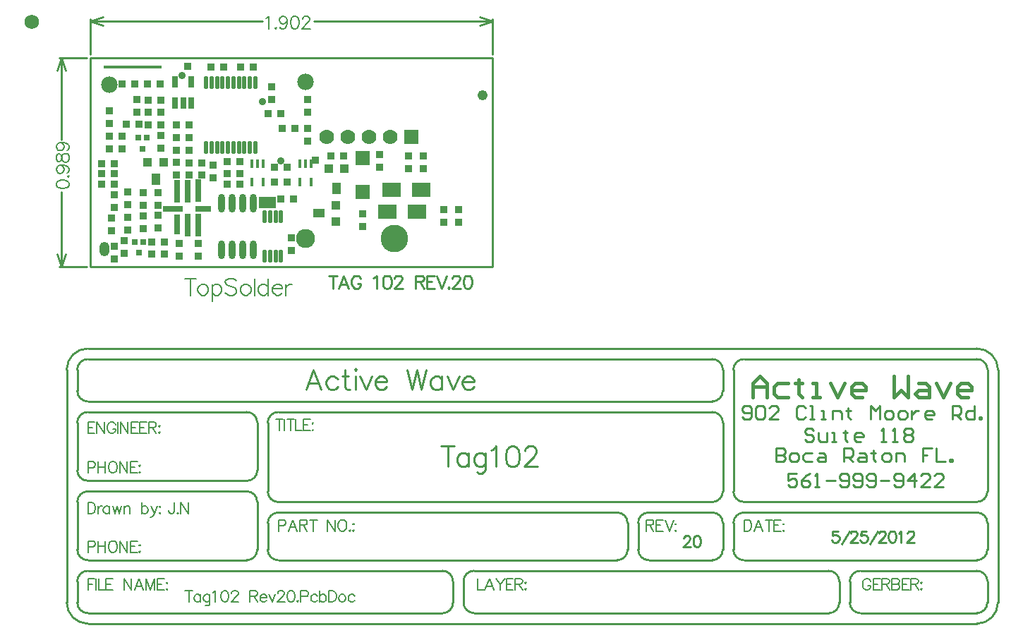
<source format=gts>
%FSLAX25Y25*%
%MOIN*%
G70*
G01*
G75*
G04 Layer_Color=8388736*
%ADD10C,0.03000*%
%ADD11R,0.03600X0.03600*%
%ADD12R,0.05000X0.03600*%
%ADD13R,0.08000X0.06000*%
%ADD14R,0.02362X0.02362*%
%ADD15C,0.04000*%
%ADD16R,0.07400X0.04500*%
%ADD17R,0.03600X0.03600*%
%ADD18R,0.03600X0.05000*%
%ADD19R,0.02000X0.05000*%
%ADD20R,0.06299X0.05906*%
%ADD21R,0.02362X0.10000*%
%ADD22R,0.02362X0.09000*%
%ADD23R,0.07000X0.02362*%
%ADD24R,0.09000X0.02362*%
%ADD25O,0.02400X0.08000*%
%ADD26R,0.01378X0.03543*%
%ADD27R,0.01378X0.03543*%
%ADD28O,0.01600X0.06000*%
%ADD29O,0.01600X0.06000*%
%ADD30R,0.03000X0.03000*%
%ADD31R,0.03000X0.03000*%
%ADD32C,0.01000*%
%ADD33C,0.01228*%
%ADD34C,0.02000*%
%ADD35C,0.01200*%
%ADD36C,0.00800*%
%ADD37C,0.01400*%
%ADD38C,0.01500*%
%ADD39C,0.02500*%
%ADD40C,0.01600*%
%ADD41C,0.00600*%
%ADD42C,0.00900*%
%ADD43C,0.00500*%
%ADD44C,0.12200*%
%ADD45C,0.07000*%
%ADD46O,0.04000X0.06000*%
%ADD47C,0.06200*%
%ADD48R,0.06200X0.06200*%
%ADD49C,0.06000*%
%ADD50C,0.02800*%
%ADD51R,0.05700X0.03500*%
%ADD52R,0.07000X0.07000*%
%ADD53R,0.06693X0.09055*%
%ADD54R,0.23622X0.11811*%
%ADD55R,0.16000X0.18000*%
%ADD56R,0.20000X0.10000*%
%ADD57C,0.02000*%
%ADD58C,0.03200*%
%ADD59C,0.00984*%
%ADD60C,0.03500*%
%ADD61R,0.05500X0.07800*%
%ADD62R,0.05500X0.08300*%
%ADD63R,0.03200X0.03600*%
%ADD64R,0.27300X0.01800*%
%ADD65R,0.04400X0.04400*%
%ADD66R,0.05800X0.04400*%
%ADD67R,0.08800X0.06800*%
%ADD68R,0.03162X0.03162*%
%ADD69C,0.04800*%
%ADD70R,0.08200X0.05300*%
%ADD71R,0.04400X0.04400*%
%ADD72R,0.04400X0.05800*%
%ADD73R,0.02800X0.05800*%
%ADD74R,0.07099X0.06706*%
%ADD75R,0.03162X0.10800*%
%ADD76R,0.03162X0.09800*%
%ADD77R,0.07800X0.03162*%
%ADD78R,0.09800X0.03162*%
%ADD79O,0.03200X0.08800*%
%ADD80R,0.01778X0.03943*%
%ADD81R,0.01778X0.03943*%
%ADD82O,0.02000X0.06400*%
%ADD83O,0.02000X0.06400*%
%ADD84R,0.03800X0.03800*%
%ADD85R,0.03800X0.03800*%
%ADD86C,0.13000*%
%ADD87C,0.07800*%
%ADD88C,0.09000*%
%ADD89O,0.04800X0.06800*%
%ADD90C,0.06800*%
%ADD91C,0.03600*%
D32*
X-200000Y17800D02*
X-186900D01*
X-200000Y-81100D02*
X-186900D01*
X-199000Y-20838D02*
Y17800D01*
Y-81100D02*
Y-45662D01*
X-201000Y11800D02*
X-199000Y17800D01*
X-197000Y11800D01*
X-199000Y-81100D02*
X-197000Y-75100D01*
X-201000D02*
X-199000Y-81100D01*
X4800Y19300D02*
Y36000D01*
X-185400Y19300D02*
Y36000D01*
X-79817Y35000D02*
X4800D01*
X-185400D02*
X-103983D01*
X-1200Y37000D02*
X4800Y35000D01*
X-1200Y33000D02*
X4800Y35000D01*
X-185400D02*
X-179400Y33000D01*
X-185400Y35000D02*
X-179400Y37000D01*
X4800Y-81100D02*
Y17800D01*
X-185400D02*
X4800D01*
X-185400Y-81100D02*
X4800D01*
X-185400D02*
Y17800D01*
X-70600Y-85201D02*
Y-91200D01*
X-72600Y-85201D02*
X-68601D01*
X-63316Y-91200D02*
X-65601Y-85201D01*
X-67887Y-91200D01*
X-67030Y-89200D02*
X-64173D01*
X-57632Y-86629D02*
X-57917Y-86058D01*
X-58489Y-85487D01*
X-59060Y-85201D01*
X-60203D01*
X-60774Y-85487D01*
X-61345Y-86058D01*
X-61631Y-86629D01*
X-61917Y-87486D01*
Y-88915D01*
X-61631Y-89772D01*
X-61345Y-90343D01*
X-60774Y-90914D01*
X-60203Y-91200D01*
X-59060D01*
X-58489Y-90914D01*
X-57917Y-90343D01*
X-57632Y-89772D01*
Y-88915D01*
X-59060D02*
X-57632D01*
X-51547Y-86344D02*
X-50976Y-86058D01*
X-50119Y-85201D01*
Y-91200D01*
X-45434Y-85201D02*
X-46291Y-85487D01*
X-46863Y-86344D01*
X-47148Y-87772D01*
Y-88629D01*
X-46863Y-90057D01*
X-46291Y-90914D01*
X-45434Y-91200D01*
X-44863D01*
X-44006Y-90914D01*
X-43435Y-90057D01*
X-43149Y-88629D01*
Y-87772D01*
X-43435Y-86344D01*
X-44006Y-85487D01*
X-44863Y-85201D01*
X-45434D01*
X-41521Y-86629D02*
Y-86344D01*
X-41235Y-85773D01*
X-40950Y-85487D01*
X-40378Y-85201D01*
X-39236D01*
X-38664Y-85487D01*
X-38379Y-85773D01*
X-38093Y-86344D01*
Y-86915D01*
X-38379Y-87486D01*
X-38950Y-88344D01*
X-41807Y-91200D01*
X-37808D01*
X-31752Y-85201D02*
Y-91200D01*
Y-85201D02*
X-29181D01*
X-28324Y-85487D01*
X-28038Y-85773D01*
X-27753Y-86344D01*
Y-86915D01*
X-28038Y-87486D01*
X-28324Y-87772D01*
X-29181Y-88058D01*
X-31752D01*
X-29752D02*
X-27753Y-91200D01*
X-22696Y-85201D02*
X-26410D01*
Y-91200D01*
X-22696D01*
X-26410Y-88058D02*
X-24125D01*
X-21697Y-85201D02*
X-19411Y-91200D01*
X-17126Y-85201D02*
X-19411Y-91200D01*
X-16069Y-90629D02*
X-16355Y-90914D01*
X-16069Y-91200D01*
X-15784Y-90914D01*
X-16069Y-90629D01*
X-14184Y-86629D02*
Y-86344D01*
X-13898Y-85773D01*
X-13613Y-85487D01*
X-13041Y-85201D01*
X-11899D01*
X-11327Y-85487D01*
X-11042Y-85773D01*
X-10756Y-86344D01*
Y-86915D01*
X-11042Y-87486D01*
X-11613Y-88344D01*
X-14470Y-91200D01*
X-10470D01*
X-7414Y-85201D02*
X-8271Y-85487D01*
X-8842Y-86344D01*
X-9128Y-87772D01*
Y-88629D01*
X-8842Y-90057D01*
X-8271Y-90914D01*
X-7414Y-91200D01*
X-6843D01*
X-5986Y-90914D01*
X-5414Y-90057D01*
X-5129Y-88629D01*
Y-87772D01*
X-5414Y-86344D01*
X-5986Y-85487D01*
X-6843Y-85201D01*
X-7414D01*
X-14008Y-229618D02*
G03*
X-19008Y-224618I-5000J0D01*
G01*
X-18892Y-244618D02*
G03*
X-14010Y-239650I84J4800D01*
G01*
X-4008Y-224618D02*
G03*
X-9008Y-229618I0J-5000D01*
G01*
Y-239618D02*
G03*
X-4095Y-244617I5000J0D01*
G01*
X168492Y-229618D02*
G03*
X163492Y-224618I-5000J0D01*
G01*
X163608Y-244618D02*
G03*
X168490Y-239650I84J4800D01*
G01*
X173492Y-239718D02*
G03*
X178478Y-244617I4900J0D01*
G01*
X178492Y-224618D02*
G03*
X173492Y-229618I0J-5000D01*
G01*
X-106508Y-154518D02*
G03*
X-111408Y-149618I-4900J0D01*
G01*
X-111308Y-182118D02*
G03*
X-106508Y-177318I0J4800D01*
G01*
Y-192018D02*
G03*
X-111579Y-187121I-4900J0D01*
G01*
X-101508Y-187218D02*
G03*
X-96608Y-192118I4900J0D01*
G01*
X-101508Y-214718D02*
G03*
X-96608Y-219618I4900J0D01*
G01*
X-111408D02*
G03*
X-106508Y-214718I0J4900D01*
G01*
X68492Y-202018D02*
G03*
X63592Y-197118I-4900J0D01*
G01*
Y-219618D02*
G03*
X68491Y-214632I0J4900D01*
G01*
X73492Y-214518D02*
G03*
X78503Y-219617I5100J0D01*
G01*
X78292Y-197118D02*
G03*
X73499Y-202169I0J-4800D01*
G01*
X-96508Y-197118D02*
G03*
X-101508Y-202118I0J-5000D01*
G01*
X-96508Y-149618D02*
G03*
X-101508Y-154618I0J-5000D01*
G01*
X-191508Y-214618D02*
G03*
X-186595Y-219617I5000J0D01*
G01*
X-186508Y-187118D02*
G03*
X-191508Y-192118I0J-5000D01*
G01*
Y-177118D02*
G03*
X-186508Y-182118I5000J0D01*
G01*
Y-149618D02*
G03*
X-191508Y-154618I0J-5000D01*
G01*
Y-139618D02*
G03*
X-186508Y-144618I5000J0D01*
G01*
Y-124618D02*
G03*
X-191508Y-129618I0J-5000D01*
G01*
X113492D02*
G03*
X108492Y-124618I-5000J0D01*
G01*
X123492D02*
G03*
X118492Y-129618I0J-5000D01*
G01*
X108492Y-144618D02*
G03*
X113492Y-139618I0J5000D01*
G01*
Y-154618D02*
G03*
X108492Y-149618I-5000J0D01*
G01*
X-186508Y-224618D02*
G03*
X-191508Y-229618I0J-5000D01*
G01*
X108579Y-192118D02*
G03*
X113493Y-187118I-87J5000D01*
G01*
X-191508Y-239618D02*
G03*
X-186595Y-244617I5000J0D01*
G01*
X113492Y-202018D02*
G03*
X108592Y-197118I-4900J0D01*
G01*
X118492Y-214718D02*
G03*
X123477Y-219617I4900J0D01*
G01*
X108492Y-219618D02*
G03*
X113492Y-214618I0J5000D01*
G01*
X233492Y-244618D02*
G03*
X238492Y-239618I0J5000D01*
G01*
X238492Y-229530D02*
G03*
X233492Y-224617I-5000J-87D01*
G01*
Y-219618D02*
G03*
X238492Y-214618I0J5000D01*
G01*
Y-129518D02*
G03*
X233421Y-124621I-4900J0D01*
G01*
X243492Y-129618D02*
G03*
X233492Y-119618I-10000J0D01*
G01*
Y-249618D02*
G03*
X243492Y-239618I0J10000D01*
G01*
X-196508Y-239518D02*
G03*
X-186584Y-249616I10100J0D01*
G01*
X-186508Y-119618D02*
G03*
X-196508Y-129618I0J-10000D01*
G01*
X118492Y-187118D02*
G03*
X123492Y-192118I5000J0D01*
G01*
X233492D02*
G03*
X238492Y-187118I0J5000D01*
G01*
X123492Y-197118D02*
G03*
X118492Y-202118I0J-5000D01*
G01*
X238492Y-202018D02*
G03*
X233592Y-197118I-4900J0D01*
G01*
X-4008Y-244618D02*
X163492D01*
X-186508D02*
X-19008D01*
X-186508Y-224618D02*
X-19008D01*
X-4008D02*
X163492D01*
X178492Y-244618D02*
X233492D01*
X178492Y-224618D02*
X233492D01*
X-186508Y-124618D02*
X108492D01*
X-186508Y-249618D02*
X233492D01*
X-186508Y-119618D02*
X233492D01*
X-186508Y-219618D02*
X-111508D01*
X-186508Y-187118D02*
X-111508D01*
X-186508Y-182118D02*
X-111508D01*
X-186508Y-149618D02*
X-111508D01*
X-186508Y-144618D02*
X108492D01*
X-96508Y-149618D02*
X108492D01*
X-96508Y-197118D02*
X63492D01*
X-96508Y-219618D02*
X63492D01*
X78492D02*
X108492D01*
X78492Y-197118D02*
X108492D01*
X123492Y-219618D02*
X233492D01*
X123492Y-124618D02*
X233492D01*
X-96508Y-192118D02*
X108492D01*
X123492D02*
X233492D01*
X123492Y-197118D02*
X233492D01*
X-14008Y-239618D02*
Y-229618D01*
X-9008Y-239618D02*
Y-229618D01*
X168492Y-239618D02*
Y-229618D01*
X173492Y-239618D02*
Y-229618D01*
X243492Y-239618D02*
Y-129618D01*
X-191508Y-214618D02*
Y-192118D01*
X-106508Y-214618D02*
Y-192118D01*
X-191508Y-177118D02*
Y-154618D01*
X-106508Y-177118D02*
Y-154618D01*
X-191508Y-139618D02*
Y-129618D01*
X113492Y-139618D02*
Y-129618D01*
Y-187118D02*
Y-154618D01*
X-101508Y-187118D02*
Y-154618D01*
X68492Y-214618D02*
Y-202118D01*
X-101508Y-214618D02*
Y-202118D01*
X73492Y-214618D02*
Y-202118D01*
X113492Y-214618D02*
Y-202118D01*
X238492Y-239618D02*
Y-229618D01*
X-191508Y-239618D02*
Y-229618D01*
X-196508Y-239618D02*
Y-129618D01*
X118492Y-187118D02*
Y-129618D01*
X238492Y-187118D02*
Y-129618D01*
X118492Y-214618D02*
Y-202118D01*
X238492Y-214618D02*
Y-202018D01*
X138652Y-166692D02*
Y-173090D01*
X141851D01*
X142918Y-172023D01*
Y-170957D01*
X141851Y-169891D01*
X138652D01*
X141851D01*
X142918Y-168825D01*
Y-167758D01*
X141851Y-166692D01*
X138652D01*
X146116Y-173090D02*
X148249D01*
X149316Y-172023D01*
Y-169891D01*
X148249Y-168825D01*
X146116D01*
X145050Y-169891D01*
Y-172023D01*
X146116Y-173090D01*
X155713Y-168825D02*
X152514D01*
X151448Y-169891D01*
Y-172023D01*
X152514Y-173090D01*
X155713D01*
X158912Y-168825D02*
X161045D01*
X162111Y-169891D01*
Y-173090D01*
X158912D01*
X157846Y-172023D01*
X158912Y-170957D01*
X162111D01*
X170642Y-173090D02*
Y-166692D01*
X173841D01*
X174907Y-167758D01*
Y-169891D01*
X173841Y-170957D01*
X170642D01*
X172775D02*
X174907Y-173090D01*
X178106Y-168825D02*
X180239D01*
X181305Y-169891D01*
Y-173090D01*
X178106D01*
X177040Y-172023D01*
X178106Y-170957D01*
X181305D01*
X184504Y-167758D02*
Y-168825D01*
X183438D01*
X185570D01*
X184504D01*
Y-172023D01*
X185570Y-173090D01*
X189836D02*
X191968D01*
X193035Y-172023D01*
Y-169891D01*
X191968Y-168825D01*
X189836D01*
X188769Y-169891D01*
Y-172023D01*
X189836Y-173090D01*
X195167D02*
Y-168825D01*
X198366D01*
X199433Y-169891D01*
Y-173090D01*
X212228Y-166692D02*
X207963D01*
Y-169891D01*
X210096D01*
X207963D01*
Y-173090D01*
X214361Y-166692D02*
Y-173090D01*
X218626D01*
X220759D02*
Y-172023D01*
X221825D01*
Y-173090D01*
X220759D01*
X122652Y-152023D02*
X123719Y-153090D01*
X125851D01*
X126918Y-152023D01*
Y-147758D01*
X125851Y-146692D01*
X123719D01*
X122652Y-147758D01*
Y-148825D01*
X123719Y-149891D01*
X126918D01*
X129050Y-147758D02*
X130116Y-146692D01*
X132249D01*
X133316Y-147758D01*
Y-152023D01*
X132249Y-153090D01*
X130116D01*
X129050Y-152023D01*
Y-147758D01*
X139713Y-153090D02*
X135448D01*
X139713Y-148825D01*
Y-147758D01*
X138647Y-146692D01*
X136514D01*
X135448Y-147758D01*
X152509D02*
X151443Y-146692D01*
X149310D01*
X148244Y-147758D01*
Y-152023D01*
X149310Y-153090D01*
X151443D01*
X152509Y-152023D01*
X154642Y-153090D02*
X156774D01*
X155708D01*
Y-146692D01*
X154642D01*
X159974Y-153090D02*
X162106D01*
X161040D01*
Y-148825D01*
X159974D01*
X165305Y-153090D02*
Y-148825D01*
X168504D01*
X169570Y-149891D01*
Y-153090D01*
X172769Y-147758D02*
Y-148825D01*
X171703D01*
X173836D01*
X172769D01*
Y-152023D01*
X173836Y-153090D01*
X183433D02*
Y-146692D01*
X185565Y-148825D01*
X187698Y-146692D01*
Y-153090D01*
X190897D02*
X193029D01*
X194096Y-152023D01*
Y-149891D01*
X193029Y-148825D01*
X190897D01*
X189831Y-149891D01*
Y-152023D01*
X190897Y-153090D01*
X197295D02*
X199427D01*
X200494Y-152023D01*
Y-149891D01*
X199427Y-148825D01*
X197295D01*
X196228Y-149891D01*
Y-152023D01*
X197295Y-153090D01*
X202626Y-148825D02*
Y-153090D01*
Y-150957D01*
X203693Y-149891D01*
X204759Y-148825D01*
X205825D01*
X212223Y-153090D02*
X210091D01*
X209024Y-152023D01*
Y-149891D01*
X210091Y-148825D01*
X212223D01*
X213290Y-149891D01*
Y-150957D01*
X209024D01*
X221820Y-153090D02*
Y-146692D01*
X225019D01*
X226085Y-147758D01*
Y-149891D01*
X225019Y-150957D01*
X221820D01*
X223953D02*
X226085Y-153090D01*
X232483Y-146692D02*
Y-153090D01*
X229284D01*
X228218Y-152023D01*
Y-149891D01*
X229284Y-148825D01*
X232483D01*
X234616Y-153090D02*
Y-152023D01*
X235682D01*
Y-153090D01*
X234616D01*
X148417Y-178692D02*
X144152D01*
Y-181891D01*
X146285Y-180824D01*
X147351D01*
X148417Y-181891D01*
Y-184023D01*
X147351Y-185090D01*
X145219D01*
X144152Y-184023D01*
X154815Y-178692D02*
X152683Y-179758D01*
X150550Y-181891D01*
Y-184023D01*
X151617Y-185090D01*
X153749D01*
X154815Y-184023D01*
Y-182957D01*
X153749Y-181891D01*
X150550D01*
X156948Y-185090D02*
X159081D01*
X158014D01*
Y-178692D01*
X156948Y-179758D01*
X162280Y-181891D02*
X166545D01*
X168678Y-184023D02*
X169744Y-185090D01*
X171877D01*
X172943Y-184023D01*
Y-179758D01*
X171877Y-178692D01*
X169744D01*
X168678Y-179758D01*
Y-180824D01*
X169744Y-181891D01*
X172943D01*
X175076Y-184023D02*
X176142Y-185090D01*
X178275D01*
X179341Y-184023D01*
Y-179758D01*
X178275Y-178692D01*
X176142D01*
X175076Y-179758D01*
Y-180824D01*
X176142Y-181891D01*
X179341D01*
X181474Y-184023D02*
X182540Y-185090D01*
X184672D01*
X185739Y-184023D01*
Y-179758D01*
X184672Y-178692D01*
X182540D01*
X181474Y-179758D01*
Y-180824D01*
X182540Y-181891D01*
X185739D01*
X187871D02*
X192137D01*
X194269Y-184023D02*
X195336Y-185090D01*
X197468D01*
X198535Y-184023D01*
Y-179758D01*
X197468Y-178692D01*
X195336D01*
X194269Y-179758D01*
Y-180824D01*
X195336Y-181891D01*
X198535D01*
X203866Y-185090D02*
Y-178692D01*
X200667Y-181891D01*
X204933D01*
X211331Y-185090D02*
X207065D01*
X211331Y-180824D01*
Y-179758D01*
X210264Y-178692D01*
X208132D01*
X207065Y-179758D01*
X217728Y-185090D02*
X213463D01*
X217728Y-180824D01*
Y-179758D01*
X216662Y-178692D01*
X214529D01*
X213463Y-179758D01*
X156418Y-158258D02*
X155351Y-157192D01*
X153219D01*
X152152Y-158258D01*
Y-159325D01*
X153219Y-160391D01*
X155351D01*
X156418Y-161457D01*
Y-162523D01*
X155351Y-163590D01*
X153219D01*
X152152Y-162523D01*
X158550Y-159325D02*
Y-162523D01*
X159616Y-163590D01*
X162815D01*
Y-159325D01*
X164948Y-163590D02*
X167081D01*
X166014D01*
Y-159325D01*
X164948D01*
X171346Y-158258D02*
Y-159325D01*
X170280D01*
X172412D01*
X171346D01*
Y-162523D01*
X172412Y-163590D01*
X178810D02*
X176678D01*
X175611Y-162523D01*
Y-160391D01*
X176678Y-159325D01*
X178810D01*
X179877Y-160391D01*
Y-161457D01*
X175611D01*
X188407Y-163590D02*
X190540D01*
X189473D01*
Y-157192D01*
X188407Y-158258D01*
X193739Y-163590D02*
X195871D01*
X194805D01*
Y-157192D01*
X193739Y-158258D01*
X199070D02*
X200137Y-157192D01*
X202269D01*
X203336Y-158258D01*
Y-159325D01*
X202269Y-160391D01*
X203336Y-161457D01*
Y-162523D01*
X202269Y-163590D01*
X200137D01*
X199070Y-162523D01*
Y-161457D01*
X200137Y-160391D01*
X199070Y-159325D01*
Y-158258D01*
X200137Y-160391D02*
X202269D01*
D36*
X-138134Y-86502D02*
Y-94500D01*
X-140800Y-86502D02*
X-135468D01*
X-132611Y-89168D02*
X-133373Y-89549D01*
X-134135Y-90310D01*
X-134516Y-91453D01*
Y-92215D01*
X-134135Y-93357D01*
X-133373Y-94119D01*
X-132611Y-94500D01*
X-131469D01*
X-130707Y-94119D01*
X-129945Y-93357D01*
X-129564Y-92215D01*
Y-91453D01*
X-129945Y-90310D01*
X-130707Y-89549D01*
X-131469Y-89168D01*
X-132611D01*
X-127812D02*
Y-97166D01*
Y-90310D02*
X-127051Y-89549D01*
X-126289Y-89168D01*
X-125146D01*
X-124384Y-89549D01*
X-123623Y-90310D01*
X-123242Y-91453D01*
Y-92215D01*
X-123623Y-93357D01*
X-124384Y-94119D01*
X-125146Y-94500D01*
X-126289D01*
X-127051Y-94119D01*
X-127812Y-93357D01*
X-116196Y-87644D02*
X-116957Y-86883D01*
X-118100Y-86502D01*
X-119624D01*
X-120766Y-86883D01*
X-121528Y-87644D01*
Y-88406D01*
X-121147Y-89168D01*
X-120766Y-89549D01*
X-120004Y-89929D01*
X-117719Y-90691D01*
X-116957Y-91072D01*
X-116577Y-91453D01*
X-116196Y-92215D01*
Y-93357D01*
X-116957Y-94119D01*
X-118100Y-94500D01*
X-119624D01*
X-120766Y-94119D01*
X-121528Y-93357D01*
X-112501Y-89168D02*
X-113263Y-89549D01*
X-114025Y-90310D01*
X-114406Y-91453D01*
Y-92215D01*
X-114025Y-93357D01*
X-113263Y-94119D01*
X-112501Y-94500D01*
X-111359D01*
X-110597Y-94119D01*
X-109835Y-93357D01*
X-109454Y-92215D01*
Y-91453D01*
X-109835Y-90310D01*
X-110597Y-89549D01*
X-111359Y-89168D01*
X-112501D01*
X-107702Y-86502D02*
Y-94500D01*
X-101456Y-86502D02*
Y-94500D01*
Y-90310D02*
X-102218Y-89549D01*
X-102980Y-89168D01*
X-104122D01*
X-104884Y-89549D01*
X-105646Y-90310D01*
X-106026Y-91453D01*
Y-92215D01*
X-105646Y-93357D01*
X-104884Y-94119D01*
X-104122Y-94500D01*
X-102980D01*
X-102218Y-94119D01*
X-101456Y-93357D01*
X-99323Y-91453D02*
X-94753D01*
Y-90691D01*
X-95134Y-89929D01*
X-95514Y-89549D01*
X-96276Y-89168D01*
X-97419D01*
X-98181Y-89549D01*
X-98942Y-90310D01*
X-99323Y-91453D01*
Y-92215D01*
X-98942Y-93357D01*
X-98181Y-94119D01*
X-97419Y-94500D01*
X-96276D01*
X-95514Y-94119D01*
X-94753Y-93357D01*
X-93039Y-89168D02*
Y-94500D01*
Y-91453D02*
X-92658Y-90310D01*
X-91896Y-89549D01*
X-91134Y-89168D01*
X-89992D01*
X-145672Y-192391D02*
Y-196454D01*
X-145926Y-197215D01*
X-146180Y-197469D01*
X-146688Y-197723D01*
X-147196D01*
X-147704Y-197469D01*
X-147958Y-197215D01*
X-148212Y-196454D01*
Y-195946D01*
X-144047Y-197215D02*
X-144301Y-197469D01*
X-144047Y-197723D01*
X-143793Y-197469D01*
X-144047Y-197215D01*
X-142625Y-192391D02*
Y-197723D01*
Y-192391D02*
X-139070Y-197723D01*
Y-192391D02*
Y-197723D01*
D38*
X127652Y-142590D02*
Y-135925D01*
X130984Y-132593D01*
X134317Y-135925D01*
Y-142590D01*
Y-137591D01*
X127652D01*
X144314Y-135925D02*
X139315D01*
X137649Y-137591D01*
Y-140924D01*
X139315Y-142590D01*
X144314D01*
X149312Y-134259D02*
Y-135925D01*
X147646D01*
X150978D01*
X149312D01*
Y-140924D01*
X150978Y-142590D01*
X155976D02*
X159309D01*
X157643D01*
Y-135925D01*
X155976D01*
X164307D02*
X167639Y-142590D01*
X170972Y-135925D01*
X179302Y-142590D02*
X175970D01*
X174304Y-140924D01*
Y-137591D01*
X175970Y-135925D01*
X179302D01*
X180968Y-137591D01*
Y-139258D01*
X174304D01*
X194297Y-132593D02*
Y-142590D01*
X197630Y-139258D01*
X200962Y-142590D01*
Y-132593D01*
X205960Y-135925D02*
X209293D01*
X210959Y-137591D01*
Y-142590D01*
X205960D01*
X204294Y-140924D01*
X205960Y-139258D01*
X210959D01*
X214291Y-135925D02*
X217623Y-142590D01*
X220955Y-135925D01*
X229286Y-142590D02*
X225954D01*
X224288Y-140924D01*
Y-137591D01*
X225954Y-135925D01*
X229286D01*
X230952Y-137591D01*
Y-139258D01*
X224288D01*
D41*
X-201399Y-42348D02*
X-201114Y-43205D01*
X-200257Y-43776D01*
X-198828Y-44062D01*
X-197971D01*
X-196543Y-43776D01*
X-195686Y-43205D01*
X-195401Y-42348D01*
Y-41777D01*
X-195686Y-40920D01*
X-196543Y-40349D01*
X-197971Y-40063D01*
X-198828D01*
X-200257Y-40349D01*
X-201114Y-40920D01*
X-201399Y-41777D01*
Y-42348D01*
X-195972Y-38435D02*
X-195686Y-38720D01*
X-195401Y-38435D01*
X-195686Y-38149D01*
X-195972Y-38435D01*
X-199400Y-33121D02*
X-198543Y-33407D01*
X-197971Y-33978D01*
X-197686Y-34835D01*
Y-35121D01*
X-197971Y-35978D01*
X-198543Y-36549D01*
X-199400Y-36835D01*
X-199685D01*
X-200542Y-36549D01*
X-201114Y-35978D01*
X-201399Y-35121D01*
Y-34835D01*
X-201114Y-33978D01*
X-200542Y-33407D01*
X-199400Y-33121D01*
X-197971D01*
X-196543Y-33407D01*
X-195686Y-33978D01*
X-195401Y-34835D01*
Y-35407D01*
X-195686Y-36264D01*
X-196258Y-36549D01*
X-201399Y-30065D02*
X-201114Y-30922D01*
X-200542Y-31208D01*
X-199971D01*
X-199400Y-30922D01*
X-199114Y-30351D01*
X-198828Y-29208D01*
X-198543Y-28351D01*
X-197971Y-27780D01*
X-197400Y-27494D01*
X-196543D01*
X-195972Y-27780D01*
X-195686Y-28065D01*
X-195401Y-28922D01*
Y-30065D01*
X-195686Y-30922D01*
X-195972Y-31208D01*
X-196543Y-31493D01*
X-197400D01*
X-197971Y-31208D01*
X-198543Y-30636D01*
X-198828Y-29779D01*
X-199114Y-28637D01*
X-199400Y-28065D01*
X-199971Y-27780D01*
X-200542D01*
X-201114Y-28065D01*
X-201399Y-28922D01*
Y-30065D01*
X-199400Y-22438D02*
X-198543Y-22724D01*
X-197971Y-23295D01*
X-197686Y-24152D01*
Y-24438D01*
X-197971Y-25295D01*
X-198543Y-25866D01*
X-199400Y-26151D01*
X-199685D01*
X-200542Y-25866D01*
X-201114Y-25295D01*
X-201399Y-24438D01*
Y-24152D01*
X-201114Y-23295D01*
X-200542Y-22724D01*
X-199400Y-22438D01*
X-197971D01*
X-196543Y-22724D01*
X-195686Y-23295D01*
X-195401Y-24152D01*
Y-24723D01*
X-195686Y-25580D01*
X-196258Y-25866D01*
X-102383Y36257D02*
X-101812Y36542D01*
X-100955Y37399D01*
Y31401D01*
X-97699Y31972D02*
X-97984Y31686D01*
X-97699Y31401D01*
X-97413Y31686D01*
X-97699Y31972D01*
X-92386Y35400D02*
X-92671Y34543D01*
X-93243Y33972D01*
X-94099Y33686D01*
X-94385D01*
X-95242Y33972D01*
X-95814Y34543D01*
X-96099Y35400D01*
Y35685D01*
X-95814Y36542D01*
X-95242Y37114D01*
X-94385Y37399D01*
X-94099D01*
X-93243Y37114D01*
X-92671Y36542D01*
X-92386Y35400D01*
Y33972D01*
X-92671Y32543D01*
X-93243Y31686D01*
X-94099Y31401D01*
X-94671D01*
X-95528Y31686D01*
X-95814Y32258D01*
X-89043Y37399D02*
X-89900Y37114D01*
X-90472Y36257D01*
X-90757Y34828D01*
Y33972D01*
X-90472Y32543D01*
X-89900Y31686D01*
X-89043Y31401D01*
X-88472D01*
X-87615Y31686D01*
X-87044Y32543D01*
X-86758Y33972D01*
Y34828D01*
X-87044Y36257D01*
X-87615Y37114D01*
X-88472Y37399D01*
X-89043D01*
X-85130Y35971D02*
Y36257D01*
X-84844Y36828D01*
X-84559Y37114D01*
X-83987Y37399D01*
X-82845D01*
X-82274Y37114D01*
X-81988Y36828D01*
X-81702Y36257D01*
Y35685D01*
X-81988Y35114D01*
X-82559Y34257D01*
X-85416Y31401D01*
X-81416D01*
D42*
X-16501Y-165802D02*
Y-175400D01*
X-19700Y-165802D02*
X-13301D01*
X-6674Y-169001D02*
Y-175400D01*
Y-170372D02*
X-7588Y-169458D01*
X-8502Y-169001D01*
X-9873D01*
X-10788Y-169458D01*
X-11702Y-170372D01*
X-12159Y-171744D01*
Y-172658D01*
X-11702Y-174029D01*
X-10788Y-174943D01*
X-9873Y-175400D01*
X-8502D01*
X-7588Y-174943D01*
X-6674Y-174029D01*
X1370Y-169001D02*
Y-176314D01*
X913Y-177685D01*
X456Y-178142D01*
X-458Y-178599D01*
X-1830D01*
X-2744Y-178142D01*
X1370Y-170372D02*
X456Y-169458D01*
X-458Y-169001D01*
X-1830D01*
X-2744Y-169458D01*
X-3658Y-170372D01*
X-4115Y-171744D01*
Y-172658D01*
X-3658Y-174029D01*
X-2744Y-174943D01*
X-1830Y-175400D01*
X-458D01*
X456Y-174943D01*
X1370Y-174029D01*
X3929Y-167630D02*
X4843Y-167173D01*
X6214Y-165802D01*
Y-175400D01*
X13710Y-165802D02*
X12339Y-166259D01*
X11425Y-167630D01*
X10968Y-169915D01*
Y-171287D01*
X11425Y-173572D01*
X12339Y-174943D01*
X13710Y-175400D01*
X14624D01*
X15995Y-174943D01*
X16909Y-173572D01*
X17366Y-171287D01*
Y-169915D01*
X16909Y-167630D01*
X15995Y-166259D01*
X14624Y-165802D01*
X13710D01*
X19972Y-168087D02*
Y-167630D01*
X20428Y-166716D01*
X20886Y-166259D01*
X21800Y-165802D01*
X23628D01*
X24542Y-166259D01*
X24999Y-166716D01*
X25456Y-167630D01*
Y-168544D01*
X24999Y-169458D01*
X24085Y-170829D01*
X19514Y-175400D01*
X25913D01*
X-76195Y-139118D02*
X-79852Y-129520D01*
X-83508Y-139118D01*
X-82137Y-135918D02*
X-77566D01*
X-68471Y-134090D02*
X-69385Y-133176D01*
X-70300Y-132719D01*
X-71671D01*
X-72585Y-133176D01*
X-73499Y-134090D01*
X-73956Y-135461D01*
Y-136375D01*
X-73499Y-137747D01*
X-72585Y-138661D01*
X-71671Y-139118D01*
X-70300D01*
X-69385Y-138661D01*
X-68471Y-137747D01*
X-65043Y-129520D02*
Y-137290D01*
X-64586Y-138661D01*
X-63672Y-139118D01*
X-62758D01*
X-66415Y-132719D02*
X-63215D01*
X-60473Y-129520D02*
X-60016Y-129977D01*
X-59559Y-129520D01*
X-60016Y-129063D01*
X-60473Y-129520D01*
X-60016Y-132719D02*
Y-139118D01*
X-57868Y-132719D02*
X-55126Y-139118D01*
X-52383Y-132719D02*
X-55126Y-139118D01*
X-50829Y-135461D02*
X-45345D01*
Y-134547D01*
X-45802Y-133633D01*
X-46259Y-133176D01*
X-47173Y-132719D01*
X-48544D01*
X-49458Y-133176D01*
X-50372Y-134090D01*
X-50829Y-135461D01*
Y-136375D01*
X-50372Y-137747D01*
X-49458Y-138661D01*
X-48544Y-139118D01*
X-47173D01*
X-46259Y-138661D01*
X-45345Y-137747D01*
X-35747Y-129520D02*
X-33462Y-139118D01*
X-31176Y-129520D02*
X-33462Y-139118D01*
X-31176Y-129520D02*
X-28891Y-139118D01*
X-26606Y-129520D02*
X-28891Y-139118D01*
X-19202Y-132719D02*
Y-139118D01*
Y-134090D02*
X-20116Y-133176D01*
X-21030Y-132719D01*
X-22401D01*
X-23315Y-133176D01*
X-24229Y-134090D01*
X-24686Y-135461D01*
Y-136375D01*
X-24229Y-137747D01*
X-23315Y-138661D01*
X-22401Y-139118D01*
X-21030D01*
X-20116Y-138661D01*
X-19202Y-137747D01*
X-16642Y-132719D02*
X-13900Y-139118D01*
X-11158Y-132719D02*
X-13900Y-139118D01*
X-9604Y-135461D02*
X-4119D01*
Y-134547D01*
X-4576Y-133633D01*
X-5034Y-133176D01*
X-5948Y-132719D01*
X-7319D01*
X-8233Y-133176D01*
X-9147Y-134090D01*
X-9604Y-135461D01*
Y-136375D01*
X-9147Y-137747D01*
X-8233Y-138661D01*
X-7319Y-139118D01*
X-5948D01*
X-5034Y-138661D01*
X-4119Y-137747D01*
X94996Y-209305D02*
Y-209051D01*
X95250Y-208543D01*
X95504Y-208289D01*
X96012Y-208035D01*
X97027D01*
X97535Y-208289D01*
X97789Y-208543D01*
X98043Y-209051D01*
Y-209559D01*
X97789Y-210067D01*
X97281Y-210828D01*
X94742Y-213368D01*
X98297D01*
X101014Y-208035D02*
X100252Y-208289D01*
X99744Y-209051D01*
X99490Y-210321D01*
Y-211083D01*
X99744Y-212352D01*
X100252Y-213114D01*
X101014Y-213368D01*
X101522D01*
X102283Y-213114D01*
X102791Y-212352D01*
X103045Y-211083D01*
Y-210321D01*
X102791Y-209051D01*
X102283Y-208289D01*
X101522Y-208035D01*
X101014D01*
X168016Y-205831D02*
X165477D01*
X165223Y-208117D01*
X165477Y-207863D01*
X166239Y-207609D01*
X167000D01*
X167762Y-207863D01*
X168270Y-208370D01*
X168524Y-209132D01*
Y-209640D01*
X168270Y-210402D01*
X167762Y-210910D01*
X167000Y-211164D01*
X166239D01*
X165477Y-210910D01*
X165223Y-210656D01*
X164969Y-210148D01*
X169717Y-211925D02*
X173272Y-205831D01*
X173882Y-207101D02*
Y-206847D01*
X174135Y-206339D01*
X174389Y-206085D01*
X174897Y-205831D01*
X175913D01*
X176421Y-206085D01*
X176675Y-206339D01*
X176929Y-206847D01*
Y-207355D01*
X176675Y-207863D01*
X176167Y-208624D01*
X173628Y-211164D01*
X177182D01*
X181423Y-205831D02*
X178884D01*
X178630Y-208117D01*
X178884Y-207863D01*
X179646Y-207609D01*
X180407D01*
X181169Y-207863D01*
X181677Y-208370D01*
X181931Y-209132D01*
Y-209640D01*
X181677Y-210402D01*
X181169Y-210910D01*
X180407Y-211164D01*
X179646D01*
X178884Y-210910D01*
X178630Y-210656D01*
X178376Y-210148D01*
X183124Y-211925D02*
X186679Y-205831D01*
X187288Y-207101D02*
Y-206847D01*
X187542Y-206339D01*
X187796Y-206085D01*
X188304Y-205831D01*
X189320D01*
X189828Y-206085D01*
X190082Y-206339D01*
X190335Y-206847D01*
Y-207355D01*
X190082Y-207863D01*
X189574Y-208624D01*
X187034Y-211164D01*
X190589D01*
X193306Y-205831D02*
X192544Y-206085D01*
X192037Y-206847D01*
X191783Y-208117D01*
Y-208878D01*
X192037Y-210148D01*
X192544Y-210910D01*
X193306Y-211164D01*
X193814D01*
X194576Y-210910D01*
X195084Y-210148D01*
X195338Y-208878D01*
Y-208117D01*
X195084Y-206847D01*
X194576Y-206085D01*
X193814Y-205831D01*
X193306D01*
X196531Y-206847D02*
X197039Y-206593D01*
X197801Y-205831D01*
Y-211164D01*
X200695Y-207101D02*
Y-206847D01*
X200949Y-206339D01*
X201203Y-206085D01*
X201711Y-205831D01*
X202727D01*
X203234Y-206085D01*
X203488Y-206339D01*
X203742Y-206847D01*
Y-207355D01*
X203488Y-207863D01*
X202980Y-208624D01*
X200441Y-211164D01*
X203996D01*
D43*
X183301Y-229555D02*
X183047Y-229047D01*
X182539Y-228539D01*
X182031Y-228286D01*
X181016D01*
X180508Y-228539D01*
X180000Y-229047D01*
X179746Y-229555D01*
X179492Y-230317D01*
Y-231586D01*
X179746Y-232348D01*
X180000Y-232856D01*
X180508Y-233364D01*
X181016Y-233618D01*
X182031D01*
X182539Y-233364D01*
X183047Y-232856D01*
X183301Y-232348D01*
Y-231586D01*
X182031D02*
X183301D01*
X187820Y-228286D02*
X184520D01*
Y-233618D01*
X187820D01*
X184520Y-230825D02*
X186551D01*
X188709Y-228286D02*
Y-233618D01*
Y-228286D02*
X190994D01*
X191756Y-228539D01*
X192010Y-228793D01*
X192264Y-229301D01*
Y-229809D01*
X192010Y-230317D01*
X191756Y-230571D01*
X190994Y-230825D01*
X188709D01*
X190487D02*
X192264Y-233618D01*
X193457Y-228286D02*
Y-233618D01*
Y-228286D02*
X195743D01*
X196504Y-228539D01*
X196758Y-228793D01*
X197012Y-229301D01*
Y-229809D01*
X196758Y-230317D01*
X196504Y-230571D01*
X195743Y-230825D01*
X193457D02*
X195743D01*
X196504Y-231079D01*
X196758Y-231332D01*
X197012Y-231840D01*
Y-232602D01*
X196758Y-233110D01*
X196504Y-233364D01*
X195743Y-233618D01*
X193457D01*
X201506Y-228286D02*
X198205D01*
Y-233618D01*
X201506D01*
X198205Y-230825D02*
X200237D01*
X202395Y-228286D02*
Y-233618D01*
Y-228286D02*
X204680D01*
X205442Y-228539D01*
X205696Y-228793D01*
X205950Y-229301D01*
Y-229809D01*
X205696Y-230317D01*
X205442Y-230571D01*
X204680Y-230825D01*
X202395D01*
X204173D02*
X205950Y-233618D01*
X207397Y-230063D02*
X207143Y-230317D01*
X207397Y-230571D01*
X207651Y-230317D01*
X207397Y-230063D01*
Y-233110D02*
X207143Y-233364D01*
X207397Y-233618D01*
X207651Y-233364D01*
X207397Y-233110D01*
X-186508Y-228286D02*
Y-233618D01*
Y-228286D02*
X-183207D01*
X-186508Y-230825D02*
X-184477D01*
X-182598Y-228286D02*
Y-233618D01*
X-181481Y-228286D02*
Y-233618D01*
X-178434D01*
X-174549Y-228286D02*
X-177849D01*
Y-233618D01*
X-174549D01*
X-177849Y-230825D02*
X-175818D01*
X-169470Y-228286D02*
Y-233618D01*
Y-228286D02*
X-165916Y-233618D01*
Y-228286D02*
Y-233618D01*
X-160380D02*
X-162411Y-228286D01*
X-164443Y-233618D01*
X-163681Y-231840D02*
X-161142D01*
X-159136Y-228286D02*
Y-233618D01*
Y-228286D02*
X-157105Y-233618D01*
X-155073Y-228286D02*
X-157105Y-233618D01*
X-155073Y-228286D02*
Y-233618D01*
X-150249Y-228286D02*
X-153550D01*
Y-233618D01*
X-150249D01*
X-153550Y-230825D02*
X-151518D01*
X-149106Y-230063D02*
X-149360Y-230317D01*
X-149106Y-230571D01*
X-148852Y-230317D01*
X-149106Y-230063D01*
Y-233110D02*
X-149360Y-233364D01*
X-149106Y-233618D01*
X-148852Y-233364D01*
X-149106Y-233110D01*
X-186508Y-192286D02*
Y-197618D01*
Y-192286D02*
X-184731D01*
X-183969Y-192539D01*
X-183461Y-193047D01*
X-183207Y-193555D01*
X-182953Y-194317D01*
Y-195586D01*
X-183207Y-196348D01*
X-183461Y-196856D01*
X-183969Y-197364D01*
X-184731Y-197618D01*
X-186508D01*
X-181760Y-194063D02*
Y-197618D01*
Y-195586D02*
X-181506Y-194825D01*
X-180998Y-194317D01*
X-180490Y-194063D01*
X-179728D01*
X-176199D02*
Y-197618D01*
Y-194825D02*
X-176707Y-194317D01*
X-177215Y-194063D01*
X-177976D01*
X-178484Y-194317D01*
X-178992Y-194825D01*
X-179246Y-195586D01*
Y-196094D01*
X-178992Y-196856D01*
X-178484Y-197364D01*
X-177976Y-197618D01*
X-177215D01*
X-176707Y-197364D01*
X-176199Y-196856D01*
X-174777Y-194063D02*
X-173761Y-197618D01*
X-172746Y-194063D02*
X-173761Y-197618D01*
X-172746Y-194063D02*
X-171730Y-197618D01*
X-170714Y-194063D02*
X-171730Y-197618D01*
X-169470Y-194063D02*
Y-197618D01*
Y-195079D02*
X-168709Y-194317D01*
X-168201Y-194063D01*
X-167439D01*
X-166931Y-194317D01*
X-166677Y-195079D01*
Y-197618D01*
X-161091Y-192286D02*
Y-197618D01*
Y-194825D02*
X-160583Y-194317D01*
X-160075Y-194063D01*
X-159314D01*
X-158806Y-194317D01*
X-158298Y-194825D01*
X-158044Y-195586D01*
Y-196094D01*
X-158298Y-196856D01*
X-158806Y-197364D01*
X-159314Y-197618D01*
X-160075D01*
X-160583Y-197364D01*
X-161091Y-196856D01*
X-156648Y-194063D02*
X-155124Y-197618D01*
X-153601Y-194063D02*
X-155124Y-197618D01*
X-155632Y-198633D01*
X-156140Y-199141D01*
X-156648Y-199395D01*
X-156902D01*
X-152458Y-194063D02*
X-152712Y-194317D01*
X-152458Y-194571D01*
X-152204Y-194317D01*
X-152458Y-194063D01*
Y-197110D02*
X-152712Y-197364D01*
X-152458Y-197618D01*
X-152204Y-197364D01*
X-152458Y-197110D01*
X-95981Y-153035D02*
Y-158368D01*
X-97758Y-153035D02*
X-94203D01*
X-93568D02*
Y-158368D01*
X-90674Y-153035D02*
Y-158368D01*
X-92451Y-153035D02*
X-88896D01*
X-88262D02*
Y-158368D01*
X-85215D01*
X-81330Y-153035D02*
X-84631D01*
Y-158368D01*
X-81330D01*
X-84631Y-155575D02*
X-82599D01*
X-80187Y-154813D02*
X-80441Y-155067D01*
X-80187Y-155321D01*
X-79933Y-155067D01*
X-80187Y-154813D01*
Y-157860D02*
X-80441Y-158114D01*
X-80187Y-158368D01*
X-79933Y-158114D01*
X-80187Y-157860D01*
X-96508Y-203328D02*
X-94223D01*
X-93461Y-203075D01*
X-93207Y-202821D01*
X-92953Y-202313D01*
Y-201551D01*
X-93207Y-201043D01*
X-93461Y-200789D01*
X-94223Y-200535D01*
X-96508D01*
Y-205868D01*
X-87697D02*
X-89728Y-200535D01*
X-91760Y-205868D01*
X-90998Y-204090D02*
X-88459D01*
X-86453Y-200535D02*
Y-205868D01*
Y-200535D02*
X-84168D01*
X-83406Y-200789D01*
X-83152Y-201043D01*
X-82898Y-201551D01*
Y-202059D01*
X-83152Y-202567D01*
X-83406Y-202821D01*
X-84168Y-203075D01*
X-86453D01*
X-84676D02*
X-82898Y-205868D01*
X-79927Y-200535D02*
Y-205868D01*
X-81705Y-200535D02*
X-78150D01*
X-73326D02*
Y-205868D01*
Y-200535D02*
X-69771Y-205868D01*
Y-200535D02*
Y-205868D01*
X-66774Y-200535D02*
X-67282Y-200789D01*
X-67790Y-201297D01*
X-68044Y-201805D01*
X-68298Y-202567D01*
Y-203836D01*
X-68044Y-204598D01*
X-67790Y-205106D01*
X-67282Y-205614D01*
X-66774Y-205868D01*
X-65759D01*
X-65251Y-205614D01*
X-64743Y-205106D01*
X-64489Y-204598D01*
X-64235Y-203836D01*
Y-202567D01*
X-64489Y-201805D01*
X-64743Y-201297D01*
X-65251Y-200789D01*
X-65759Y-200535D01*
X-66774D01*
X-62737Y-205360D02*
X-62991Y-205614D01*
X-62737Y-205868D01*
X-62483Y-205614D01*
X-62737Y-205360D01*
X-61061Y-202313D02*
X-61315Y-202567D01*
X-61061Y-202821D01*
X-60808Y-202567D01*
X-61061Y-202313D01*
Y-205360D02*
X-61315Y-205614D01*
X-61061Y-205868D01*
X-60808Y-205614D01*
X-61061Y-205360D01*
X-183207Y-154286D02*
X-186508D01*
Y-159618D01*
X-183207D01*
X-186508Y-156825D02*
X-184477D01*
X-182318Y-154286D02*
Y-159618D01*
Y-154286D02*
X-178764Y-159618D01*
Y-154286D02*
Y-159618D01*
X-173482Y-155555D02*
X-173736Y-155047D01*
X-174244Y-154539D01*
X-174752Y-154286D01*
X-175767D01*
X-176275Y-154539D01*
X-176783Y-155047D01*
X-177037Y-155555D01*
X-177291Y-156317D01*
Y-157586D01*
X-177037Y-158348D01*
X-176783Y-158856D01*
X-176275Y-159364D01*
X-175767Y-159618D01*
X-174752D01*
X-174244Y-159364D01*
X-173736Y-158856D01*
X-173482Y-158348D01*
Y-157586D01*
X-174752D02*
X-173482D01*
X-172263Y-154286D02*
Y-159618D01*
X-171146Y-154286D02*
Y-159618D01*
Y-154286D02*
X-167591Y-159618D01*
Y-154286D02*
Y-159618D01*
X-162818Y-154286D02*
X-166119D01*
Y-159618D01*
X-162818D01*
X-166119Y-156825D02*
X-164087D01*
X-158628Y-154286D02*
X-161929D01*
Y-159618D01*
X-158628D01*
X-161929Y-156825D02*
X-159898D01*
X-157739Y-154286D02*
Y-159618D01*
Y-154286D02*
X-155454D01*
X-154692Y-154539D01*
X-154438Y-154793D01*
X-154185Y-155301D01*
Y-155809D01*
X-154438Y-156317D01*
X-154692Y-156571D01*
X-155454Y-156825D01*
X-157739D01*
X-155962D02*
X-154185Y-159618D01*
X-152737Y-156063D02*
X-152991Y-156317D01*
X-152737Y-156571D01*
X-152483Y-156317D01*
X-152737Y-156063D01*
Y-159110D02*
X-152991Y-159364D01*
X-152737Y-159618D01*
X-152483Y-159364D01*
X-152737Y-159110D01*
X-2508Y-228286D02*
Y-233618D01*
X539D01*
X5186D02*
X3154Y-228286D01*
X1123Y-233618D01*
X1885Y-231840D02*
X4424D01*
X6430Y-228286D02*
X8461Y-230825D01*
Y-233618D01*
X10492Y-228286D02*
X8461Y-230825D01*
X14479Y-228286D02*
X11178D01*
Y-233618D01*
X14479D01*
X11178Y-230825D02*
X13209D01*
X15368Y-228286D02*
Y-233618D01*
Y-228286D02*
X17653D01*
X18415Y-228539D01*
X18668Y-228793D01*
X18922Y-229301D01*
Y-229809D01*
X18668Y-230317D01*
X18415Y-230571D01*
X17653Y-230825D01*
X15368D01*
X17145D02*
X18922Y-233618D01*
X20370Y-230063D02*
X20116Y-230317D01*
X20370Y-230571D01*
X20624Y-230317D01*
X20370Y-230063D01*
Y-233110D02*
X20116Y-233364D01*
X20370Y-233618D01*
X20624Y-233364D01*
X20370Y-233110D01*
X-186508Y-213329D02*
X-184223D01*
X-183461Y-213075D01*
X-183207Y-212821D01*
X-182953Y-212313D01*
Y-211551D01*
X-183207Y-211043D01*
X-183461Y-210789D01*
X-184223Y-210536D01*
X-186508D01*
Y-215868D01*
X-181760Y-210536D02*
Y-215868D01*
X-178205Y-210536D02*
Y-215868D01*
X-181760Y-213075D02*
X-178205D01*
X-175209Y-210536D02*
X-175717Y-210789D01*
X-176224Y-211297D01*
X-176478Y-211805D01*
X-176732Y-212567D01*
Y-213836D01*
X-176478Y-214598D01*
X-176224Y-215106D01*
X-175717Y-215614D01*
X-175209Y-215868D01*
X-174193D01*
X-173685Y-215614D01*
X-173178Y-215106D01*
X-172924Y-214598D01*
X-172670Y-213836D01*
Y-212567D01*
X-172924Y-211805D01*
X-173178Y-211297D01*
X-173685Y-210789D01*
X-174193Y-210536D01*
X-175209D01*
X-171425D02*
Y-215868D01*
Y-210536D02*
X-167871Y-215868D01*
Y-210536D02*
Y-215868D01*
X-163097Y-210536D02*
X-166398D01*
Y-215868D01*
X-163097D01*
X-166398Y-213075D02*
X-164367D01*
X-161954Y-212313D02*
X-162208Y-212567D01*
X-161954Y-212821D01*
X-161700Y-212567D01*
X-161954Y-212313D01*
Y-215360D02*
X-162208Y-215614D01*
X-161954Y-215868D01*
X-161700Y-215614D01*
X-161954Y-215360D01*
X-186508Y-175829D02*
X-184223D01*
X-183461Y-175575D01*
X-183207Y-175321D01*
X-182953Y-174813D01*
Y-174051D01*
X-183207Y-173543D01*
X-183461Y-173289D01*
X-184223Y-173036D01*
X-186508D01*
Y-178368D01*
X-181760Y-173036D02*
Y-178368D01*
X-178205Y-173036D02*
Y-178368D01*
X-181760Y-175575D02*
X-178205D01*
X-175209Y-173036D02*
X-175717Y-173289D01*
X-176224Y-173797D01*
X-176478Y-174305D01*
X-176732Y-175067D01*
Y-176336D01*
X-176478Y-177098D01*
X-176224Y-177606D01*
X-175717Y-178114D01*
X-175209Y-178368D01*
X-174193D01*
X-173685Y-178114D01*
X-173178Y-177606D01*
X-172924Y-177098D01*
X-172670Y-176336D01*
Y-175067D01*
X-172924Y-174305D01*
X-173178Y-173797D01*
X-173685Y-173289D01*
X-174193Y-173036D01*
X-175209D01*
X-171425D02*
Y-178368D01*
Y-173036D02*
X-167871Y-178368D01*
Y-173036D02*
Y-178368D01*
X-163097Y-173036D02*
X-166398D01*
Y-178368D01*
X-163097D01*
X-166398Y-175575D02*
X-164367D01*
X-161954Y-174813D02*
X-162208Y-175067D01*
X-161954Y-175321D01*
X-161700Y-175067D01*
X-161954Y-174813D01*
Y-177860D02*
X-162208Y-178114D01*
X-161954Y-178368D01*
X-161700Y-178114D01*
X-161954Y-177860D01*
X77242Y-200535D02*
Y-205868D01*
Y-200535D02*
X79527D01*
X80289Y-200789D01*
X80543Y-201043D01*
X80797Y-201551D01*
Y-202059D01*
X80543Y-202567D01*
X80289Y-202821D01*
X79527Y-203075D01*
X77242D01*
X79019D02*
X80797Y-205868D01*
X85291Y-200535D02*
X81990D01*
Y-205868D01*
X85291D01*
X81990Y-203075D02*
X84022D01*
X86180Y-200535D02*
X88211Y-205868D01*
X90242Y-200535D02*
X88211Y-205868D01*
X91182Y-202313D02*
X90928Y-202567D01*
X91182Y-202821D01*
X91436Y-202567D01*
X91182Y-202313D01*
Y-205360D02*
X90928Y-205614D01*
X91182Y-205868D01*
X91436Y-205614D01*
X91182Y-205360D01*
X123492Y-200535D02*
Y-205868D01*
Y-200535D02*
X125269D01*
X126031Y-200789D01*
X126539Y-201297D01*
X126793Y-201805D01*
X127047Y-202567D01*
Y-203836D01*
X126793Y-204598D01*
X126539Y-205106D01*
X126031Y-205614D01*
X125269Y-205868D01*
X123492D01*
X132303D02*
X130271Y-200535D01*
X128240Y-205868D01*
X129002Y-204090D02*
X131541D01*
X135325Y-200535D02*
Y-205868D01*
X133547Y-200535D02*
X137102D01*
X141037D02*
X137737D01*
Y-205868D01*
X141037D01*
X137737Y-203075D02*
X139768D01*
X142180Y-202313D02*
X141926Y-202567D01*
X142180Y-202821D01*
X142434Y-202567D01*
X142180Y-202313D01*
Y-205360D02*
X141926Y-205614D01*
X142180Y-205868D01*
X142434Y-205614D01*
X142180Y-205360D01*
X-138823Y-233968D02*
Y-239300D01*
X-140600Y-233968D02*
X-137045D01*
X-133363Y-235745D02*
Y-239300D01*
Y-236507D02*
X-133871Y-235999D01*
X-134379Y-235745D01*
X-135141D01*
X-135649Y-235999D01*
X-136156Y-236507D01*
X-136410Y-237269D01*
Y-237776D01*
X-136156Y-238538D01*
X-135649Y-239046D01*
X-135141Y-239300D01*
X-134379D01*
X-133871Y-239046D01*
X-133363Y-238538D01*
X-128894Y-235745D02*
Y-239808D01*
X-129148Y-240570D01*
X-129402Y-240824D01*
X-129910Y-241077D01*
X-130672D01*
X-131180Y-240824D01*
X-128894Y-236507D02*
X-129402Y-235999D01*
X-129910Y-235745D01*
X-130672D01*
X-131180Y-235999D01*
X-131688Y-236507D01*
X-131941Y-237269D01*
Y-237776D01*
X-131688Y-238538D01*
X-131180Y-239046D01*
X-130672Y-239300D01*
X-129910D01*
X-129402Y-239046D01*
X-128894Y-238538D01*
X-127473Y-234983D02*
X-126965Y-234730D01*
X-126203Y-233968D01*
Y-239300D01*
X-122039Y-233968D02*
X-122801Y-234222D01*
X-123308Y-234983D01*
X-123562Y-236253D01*
Y-237015D01*
X-123308Y-238284D01*
X-122801Y-239046D01*
X-122039Y-239300D01*
X-121531D01*
X-120769Y-239046D01*
X-120261Y-238284D01*
X-120008Y-237015D01*
Y-236253D01*
X-120261Y-234983D01*
X-120769Y-234222D01*
X-121531Y-233968D01*
X-122039D01*
X-118560Y-235237D02*
Y-234983D01*
X-118306Y-234476D01*
X-118052Y-234222D01*
X-117544Y-233968D01*
X-116529D01*
X-116021Y-234222D01*
X-115767Y-234476D01*
X-115513Y-234983D01*
Y-235491D01*
X-115767Y-235999D01*
X-116275Y-236761D01*
X-118814Y-239300D01*
X-115259D01*
X-109876Y-233968D02*
Y-239300D01*
Y-233968D02*
X-107591D01*
X-106829Y-234222D01*
X-106575Y-234476D01*
X-106322Y-234983D01*
Y-235491D01*
X-106575Y-235999D01*
X-106829Y-236253D01*
X-107591Y-236507D01*
X-109876D01*
X-108099D02*
X-106322Y-239300D01*
X-105128Y-237269D02*
X-102081D01*
Y-236761D01*
X-102335Y-236253D01*
X-102589Y-235999D01*
X-103097Y-235745D01*
X-103858D01*
X-104366Y-235999D01*
X-104874Y-236507D01*
X-105128Y-237269D01*
Y-237776D01*
X-104874Y-238538D01*
X-104366Y-239046D01*
X-103858Y-239300D01*
X-103097D01*
X-102589Y-239046D01*
X-102081Y-238538D01*
X-100938Y-235745D02*
X-99415Y-239300D01*
X-97891Y-235745D02*
X-99415Y-239300D01*
X-96774Y-235237D02*
Y-234983D01*
X-96520Y-234476D01*
X-96266Y-234222D01*
X-95759Y-233968D01*
X-94743D01*
X-94235Y-234222D01*
X-93981Y-234476D01*
X-93727Y-234983D01*
Y-235491D01*
X-93981Y-235999D01*
X-94489Y-236761D01*
X-97028Y-239300D01*
X-93473D01*
X-90756Y-233968D02*
X-91518Y-234222D01*
X-92026Y-234983D01*
X-92280Y-236253D01*
Y-237015D01*
X-92026Y-238284D01*
X-91518Y-239046D01*
X-90756Y-239300D01*
X-90249D01*
X-89487Y-239046D01*
X-88979Y-238284D01*
X-88725Y-237015D01*
Y-236253D01*
X-88979Y-234983D01*
X-89487Y-234222D01*
X-90249Y-233968D01*
X-90756D01*
X-87278Y-238792D02*
X-87532Y-239046D01*
X-87278Y-239300D01*
X-87024Y-239046D01*
X-87278Y-238792D01*
X-85856Y-236761D02*
X-83571D01*
X-82809Y-236507D01*
X-82555Y-236253D01*
X-82301Y-235745D01*
Y-234983D01*
X-82555Y-234476D01*
X-82809Y-234222D01*
X-83571Y-233968D01*
X-85856D01*
Y-239300D01*
X-78061Y-236507D02*
X-78569Y-235999D01*
X-79076Y-235745D01*
X-79838D01*
X-80346Y-235999D01*
X-80854Y-236507D01*
X-81108Y-237269D01*
Y-237776D01*
X-80854Y-238538D01*
X-80346Y-239046D01*
X-79838Y-239300D01*
X-79076D01*
X-78569Y-239046D01*
X-78061Y-238538D01*
X-76918Y-233968D02*
Y-239300D01*
Y-236507D02*
X-76410Y-235999D01*
X-75902Y-235745D01*
X-75141D01*
X-74633Y-235999D01*
X-74125Y-236507D01*
X-73871Y-237269D01*
Y-237776D01*
X-74125Y-238538D01*
X-74633Y-239046D01*
X-75141Y-239300D01*
X-75902D01*
X-76410Y-239046D01*
X-76918Y-238538D01*
X-72729Y-233968D02*
Y-239300D01*
Y-233968D02*
X-70951D01*
X-70189Y-234222D01*
X-69682Y-234730D01*
X-69428Y-235237D01*
X-69174Y-235999D01*
Y-237269D01*
X-69428Y-238030D01*
X-69682Y-238538D01*
X-70189Y-239046D01*
X-70951Y-239300D01*
X-72729D01*
X-66711Y-235745D02*
X-67219Y-235999D01*
X-67726Y-236507D01*
X-67980Y-237269D01*
Y-237776D01*
X-67726Y-238538D01*
X-67219Y-239046D01*
X-66711Y-239300D01*
X-65949D01*
X-65441Y-239046D01*
X-64933Y-238538D01*
X-64679Y-237776D01*
Y-237269D01*
X-64933Y-236507D01*
X-65441Y-235999D01*
X-65949Y-235745D01*
X-66711D01*
X-60464Y-236507D02*
X-60972Y-235999D01*
X-61480Y-235745D01*
X-62242D01*
X-62750Y-235999D01*
X-63257Y-236507D01*
X-63511Y-237269D01*
Y-237776D01*
X-63257Y-238538D01*
X-62750Y-239046D01*
X-62242Y-239300D01*
X-61480D01*
X-60972Y-239046D01*
X-60464Y-238538D01*
D45*
X-73750Y-19600D02*
D03*
X-63750D02*
D03*
X-43750D02*
D03*
X-53750D02*
D03*
D52*
X-33750D02*
D03*
D63*
X-139200Y13800D02*
D03*
X-79000Y-30600D02*
D03*
D64*
X-165250Y13500D02*
D03*
D65*
X-69200Y-59500D02*
D03*
Y-52000D02*
D03*
D66*
X-77200Y-55700D02*
D03*
D67*
X-29000Y-44500D02*
D03*
X-43000D02*
D03*
X-31000Y-55000D02*
D03*
X-45000D02*
D03*
D68*
X-164200Y-69300D02*
D03*
X-160263D02*
D03*
X-162232Y-74418D02*
D03*
X-160632Y-25218D02*
D03*
X-158663Y-20100D02*
D03*
X-162600D02*
D03*
D69*
X0Y0D02*
D03*
D70*
X-101700Y-50800D02*
D03*
D71*
X-65200Y-34500D02*
D03*
X-72680D02*
D03*
X-158200Y-31800D02*
D03*
X-150700D02*
D03*
D72*
X-68940Y-43949D02*
D03*
X-154500Y-39800D02*
D03*
D73*
X-145200Y-3500D02*
D03*
Y6500D02*
D03*
X-137700D02*
D03*
X-141500Y-3500D02*
D03*
X-137700D02*
D03*
D74*
X-56800Y-45600D02*
D03*
Y-29600D02*
D03*
D75*
X-139200Y-61406D02*
D03*
X-134200D02*
D03*
X-134300Y-45100D02*
D03*
X-139200Y-45200D02*
D03*
X-144200D02*
D03*
D76*
Y-60906D02*
D03*
D77*
X-131993Y-53568D02*
D03*
D78*
X-146193Y-53568D02*
D03*
D79*
X-108500Y-73100D02*
D03*
X-118500Y-51100D02*
D03*
X-108500D02*
D03*
X-113500D02*
D03*
X-123500D02*
D03*
X-113500Y-73100D02*
D03*
X-118500D02*
D03*
X-123500D02*
D03*
D80*
X-108959Y-32169D02*
D03*
X-106400D02*
D03*
X-108959Y-40831D02*
D03*
X-103841D02*
D03*
X-81141D02*
D03*
X-86259D02*
D03*
X-83700Y-32169D02*
D03*
X-86259D02*
D03*
D81*
X-103841Y-32169D02*
D03*
X-81141D02*
D03*
D82*
X-122854Y-24709D02*
D03*
X-117736Y6000D02*
D03*
X-107500Y-24709D02*
D03*
X-122854Y6000D02*
D03*
X-112618D02*
D03*
X-120295Y-24709D02*
D03*
X-117736D02*
D03*
X-115177Y6000D02*
D03*
X-112618Y-24709D02*
D03*
X-110059D02*
D03*
X-107500Y6000D02*
D03*
X-130532D02*
D03*
X-127972Y-24709D02*
D03*
X-120295Y6000D02*
D03*
X-110059D02*
D03*
X-125413D02*
D03*
X-127972D02*
D03*
X-130532Y-24709D02*
D03*
X-115177D02*
D03*
X-125413D02*
D03*
D83*
X-102877Y-57200D02*
D03*
X-100318Y-75885D02*
D03*
X-97759D02*
D03*
X-102877D02*
D03*
X-95200Y-57200D02*
D03*
X-97759D02*
D03*
X-95200Y-75885D02*
D03*
X-100318Y-57200D02*
D03*
D84*
X-56700Y-62000D02*
D03*
Y-56000D02*
D03*
X-173900Y-77400D02*
D03*
Y-71400D02*
D03*
X-167700Y-45500D02*
D03*
Y-51500D02*
D03*
X-160200Y-46000D02*
D03*
Y-52000D02*
D03*
X-167800Y-63500D02*
D03*
Y-57500D02*
D03*
X-153300Y-56500D02*
D03*
Y-62500D02*
D03*
X-160200Y-57100D02*
D03*
Y-63100D02*
D03*
X-82700Y-15500D02*
D03*
Y-21500D02*
D03*
X-138700Y-26000D02*
D03*
Y-20000D02*
D03*
X-143259Y-69941D02*
D03*
Y-75941D02*
D03*
X-127500Y-39000D02*
D03*
Y-33000D02*
D03*
X-134259Y-75941D02*
D03*
Y-69941D02*
D03*
X-48700Y-28000D02*
D03*
Y-34000D02*
D03*
X-170400Y-19400D02*
D03*
Y-25400D02*
D03*
X-169200Y-74500D02*
D03*
Y-68500D02*
D03*
X-99600Y4100D02*
D03*
Y-1900D02*
D03*
X-82800Y-8000D02*
D03*
Y-2000D02*
D03*
X-176400Y-13400D02*
D03*
Y-7400D02*
D03*
X-173900Y-47100D02*
D03*
Y-53100D02*
D03*
X-176400Y-25400D02*
D03*
Y-19400D02*
D03*
X-163400Y-7900D02*
D03*
Y-1900D02*
D03*
X-144700Y-37800D02*
D03*
Y-31800D02*
D03*
X-152100Y-19100D02*
D03*
Y-25100D02*
D03*
X-175200Y-57906D02*
D03*
Y-63906D02*
D03*
X-90213Y-73300D02*
D03*
Y-67300D02*
D03*
X-153200Y-52000D02*
D03*
Y-46000D02*
D03*
X-144700Y-20000D02*
D03*
Y-26000D02*
D03*
X-35000Y-34500D02*
D03*
Y-28500D02*
D03*
X-28000D02*
D03*
Y-34500D02*
D03*
X-11500Y-60000D02*
D03*
Y-54000D02*
D03*
X-18500D02*
D03*
Y-60000D02*
D03*
D85*
X-179900Y-37100D02*
D03*
X-173900D02*
D03*
Y-42100D02*
D03*
X-179900D02*
D03*
X-98300Y-41100D02*
D03*
X-92300D02*
D03*
Y-34100D02*
D03*
X-98300D02*
D03*
X-138700Y-37500D02*
D03*
X-132700D02*
D03*
X-152200Y5500D02*
D03*
X-158200D02*
D03*
X-95200Y-49000D02*
D03*
X-89200D02*
D03*
X-122300Y13400D02*
D03*
X-128300D02*
D03*
X-114200Y13500D02*
D03*
X-108200D02*
D03*
X-94700Y-15500D02*
D03*
X-88700D02*
D03*
X-114800Y-31300D02*
D03*
X-120800D02*
D03*
X-162300Y-13800D02*
D03*
X-168300D02*
D03*
X-101300Y-8500D02*
D03*
X-95300D02*
D03*
X-156259Y-74941D02*
D03*
X-150259D02*
D03*
X-114700Y-37000D02*
D03*
X-120700D02*
D03*
X-179900Y-32200D02*
D03*
X-173900D02*
D03*
X-114700Y-42000D02*
D03*
X-120700D02*
D03*
X-158100Y-14100D02*
D03*
X-152100D02*
D03*
X-156400Y-69200D02*
D03*
X-150400D02*
D03*
X-158100Y-8100D02*
D03*
X-152100D02*
D03*
X-158100Y-2300D02*
D03*
X-152100D02*
D03*
X-164200Y5500D02*
D03*
X-170200D02*
D03*
X-65700Y-28500D02*
D03*
X-71700D02*
D03*
X-132700Y-32000D02*
D03*
X-138700D02*
D03*
X-144700Y-14000D02*
D03*
X-138700D02*
D03*
D86*
X-41700Y-67700D02*
D03*
D87*
X-83800Y6400D02*
D03*
X-176500Y4900D02*
D03*
D88*
X-83700Y-67600D02*
D03*
D89*
X-178700Y-72500D02*
D03*
D90*
X-213100Y34600D02*
D03*
D91*
X-142000Y9200D02*
D03*
X-95200Y-30900D02*
D03*
X-104100Y-3100D02*
D03*
M02*

</source>
